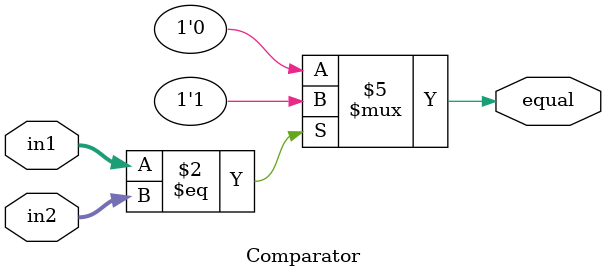
<source format=v>
module Comparator ( in1, in2, equal );
    input       [31:0]  in1, in2;
    output reg          equal;

    initial equal = 0;

    always @ ( in1, in2 )
        if ( in1 == in2 )   equal = 1;
        else                equal = 0;
endmodule
</source>
